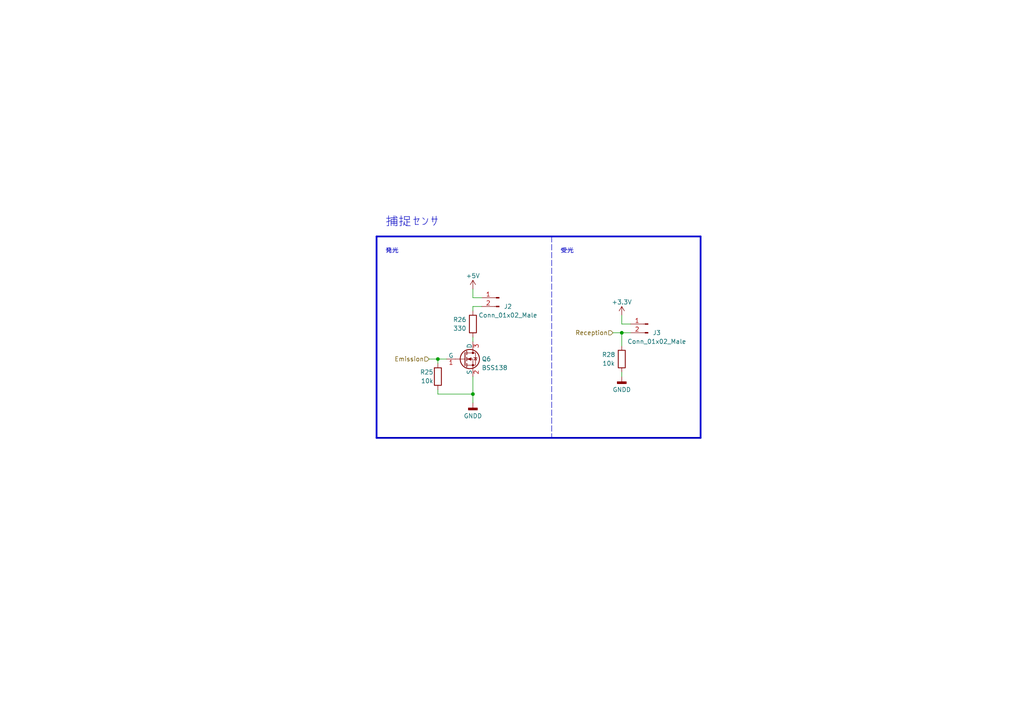
<source format=kicad_sch>
(kicad_sch (version 20230121) (generator eeschema)
  (paper "A4")
  (lib_symbols
    (symbol "Connector:Conn_01x02_Male" (pin_names (offset 1.016) hide)
      (property "Reference" "J" (at 0 2.54 0))
      (property "Value" "Conn_01x02_Male" (at 0 -5.08 0))
      (symbol "Conn_01x02_Male_1_1"
        (polyline (pts (xy 1.27 -2.54) (xy 0.8636 -2.54)) (stroke (width 0.1524)))
        (polyline (pts (xy 1.27 0) (xy 0.8636 0)) (stroke (width 0.1524)))
        (rectangle (start 0.8636 -2.413) (end 0 -2.667) (stroke (width 0.1524)) (fill (type outline)))
        (rectangle (start 0.8636 0.127) (end 0 -0.127) (stroke (width 0.1524)) (fill (type outline)))
        (pin passive line (at 5.08 0 180) (length 3.81) (name "Pin_1") (number "1"))
        (pin passive line (at 5.08 -2.54 180) (length 3.81) (name "Pin_2") (number "2"))
      )
    )
    (symbol "Device:R" (pin_numbers hide) (pin_names (offset 0))
      (property "Reference" "R" (at 2.032 0 90))
      (property "Value" "R" (at 0 0 90))
      (symbol "R_0_1"
        (rectangle (start -1.016 -2.54) (end 1.016 2.54) (stroke (width 0.254)))
      )
      (symbol "R_1_1"
        (pin passive line (at 0 3.81 270) (length 1.27) (name "~") (number "1"))
        (pin passive line (at 0 -3.81 90) (length 1.27) (name "~") (number "2"))
      )
    )
    (symbol "Q_NMOS_GSD_1" (pin_names (offset 0))
      (property "Reference" "Q" (at 5.08 1.27 0))
      (property "Value" "Q_NMOS_GSD_1" (at 5.08 -1.27 0))
      (symbol "Q_NMOS_GSD_1_0_1"
        (polyline (pts (xy 0.254 0) (xy -2.54 0)))
        (polyline (pts (xy 0.254 1.905) (xy 0.254 -1.905)) (stroke (width 0.254)))
        (polyline (pts (xy 0.762 -1.27) (xy 0.762 -2.286)) (stroke (width 0.254)))
        (polyline (pts (xy 0.762 0.508) (xy 0.762 -0.508)) (stroke (width 0.254)))
        (polyline (pts (xy 0.762 2.286) (xy 0.762 1.27)) (stroke (width 0.254)))
        (polyline (pts (xy 2.54 2.54) (xy 2.54 1.778)))
        (polyline (pts (xy 2.54 -2.54) (xy 2.54 0) (xy 0.762 0)))
        (polyline (pts (xy 0.762 -1.778) (xy 3.302 -1.778) (xy 3.302 1.778) (xy 0.762 1.778)))
        (polyline (pts (xy 1.016 0) (xy 2.032 0.381) (xy 2.032 -0.381) (xy 1.016 0)) (fill (type outline)))
        (polyline (pts (xy 2.794 0.508) (xy 2.921 0.381) (xy 3.683 0.381) (xy 3.81 0.254)))
        (polyline (pts (xy 3.302 0.381) (xy 2.921 -0.254) (xy 3.683 -0.254) (xy 3.302 0.381)))
        (circle (center 1.651 0) (radius 2.794) (stroke (width 0.254)))
        (circle (center 2.54 -1.778) (radius 0.254) (fill (type outline)))
        (circle (center 2.54 1.778) (radius 0.254) (fill (type outline)))
      )
      (symbol "Q_NMOS_GSD_1_1_1"
        (pin input line (at -5.08 0 0) (length 2.54) (name "G") (number "1"))
        (pin passive line (at 2.54 -5.08 90) (length 2.54) (name "S") (number "2"))
        (pin passive line (at 2.54 5.08 270) (length 2.54) (name "D") (number "3"))
      )
    )
    (symbol "power:+3.3V" (power) (pin_names (offset 0))
      (property "Value" "+3.3V" (at 0 3.556 0))
      (symbol "+3.3V_0_1"
        (polyline (pts (xy -0.762 1.27) (xy 0 2.54)))
        (polyline (pts (xy 0 0) (xy 0 2.54)))
        (polyline (pts (xy 0 2.54) (xy 0.762 1.27)))
      )
      (symbol "+3.3V_1_1"
        (pin power_in line (at 0 0 90) (length 0) hide (name "+3.3V") (number "1"))
      )
    )
    (symbol "power:+5V" (power) (pin_names (offset 0))
      (property "Value" "+5V" (at 0 3.556 0))
      (symbol "+5V_0_1"
        (polyline (pts (xy -0.762 1.27) (xy 0 2.54)))
        (polyline (pts (xy 0 0) (xy 0 2.54)))
        (polyline (pts (xy 0 2.54) (xy 0.762 1.27)))
      )
      (symbol "+5V_1_1"
        (pin power_in line (at 0 0 90) (length 0) hide (name "+5V") (number "1"))
      )
    )
    (symbol "power:GNDD" (power) (pin_names (offset 0))
      (property "Value" "GNDD" (at 0 -3.175 0))
      (symbol "GNDD_0_1"
        (rectangle (start -1.27 -1.524) (end 1.27 -2.032) (stroke (width 0.254)) (fill (type outline)))
        (polyline (pts (xy 0 0) (xy 0 -1.524)))
      )
      (symbol "GNDD_1_1"
        (pin power_in line (at 0 0 270) (length 0) hide (name "GNDD") (number "1"))
      )
    )
  )
  (junction (at 127 104.14))
  (junction (at 180.34 96.52))
  (junction (at 137.16 114.3))
  (polyline (pts (xy 109.22 127) (xy 109.22 68.58)) (stroke (width 0.5) (type solid)))
  (polyline (pts (xy 109.22 68.58) (xy 203.2 68.58)) (stroke (width 0.5) (type solid)))
  (wire (pts (xy 137.16 86.36) (xy 137.16 83.82)))
  (polyline (pts (xy 160.02 68.58) (xy 160.02 127)) (stroke (width 0) (type dash)))
  (wire (pts (xy 182.88 96.52) (xy 180.34 96.52)))
  (wire (pts (xy 177.8 96.52) (xy 180.34 96.52)))
  (polyline (pts (xy 203.2 127) (xy 203.2 68.58)) (stroke (width 0.5) (type solid)))
  (wire (pts (xy 180.34 107.95) (xy 180.34 109.22)))
  (polyline (pts (xy 109.22 127) (xy 203.2 127)) (stroke (width 0.5) (type solid)))
  (wire (pts (xy 127 104.14) (xy 127 105.41)))
  (wire (pts (xy 139.7 88.9) (xy 137.16 88.9)))
  (wire (pts (xy 182.88 93.98) (xy 180.34 93.98)))
  (wire (pts (xy 137.16 97.79) (xy 137.16 99.06)))
  (wire (pts (xy 137.16 88.9) (xy 137.16 90.17)))
  (wire (pts (xy 124.46 104.14) (xy 127 104.14)))
  (wire (pts (xy 180.34 93.98) (xy 180.34 91.44)))
  (wire (pts (xy 139.7 86.36) (xy 137.16 86.36)))
  (wire (pts (xy 137.16 114.3) (xy 137.16 109.22)))
  (wire (pts (xy 127 114.3) (xy 137.16 114.3)))
  (wire (pts (xy 180.34 96.52) (xy 180.34 100.33)))
  (wire (pts (xy 129.54 104.14) (xy 127 104.14)))
  (wire (pts (xy 127 113.03) (xy 127 114.3)))
  (wire (pts (xy 137.16 114.3) (xy 137.16 116.84)))
  (text "受光" (at 162.56 73.66 0) (effects (font (size 1.27 1.27)) (justify left bottom)))
  (text "捕捉センサ" (at 111.76 66.04 0) (effects (font (size 2.54 2.54)) (justify left bottom)))
  (text "発光" (at 111.76 73.66 0) (effects (font (size 1.27 1.27)) (justify left bottom)))
  (hierarchical_label "Emission" (shape input) (at 124.46 104.14 180))
  (hierarchical_label "Reception" (shape input) (at 177.8 96.52 180))
  (symbol (lib_id "power:GNDD") (at 137.16 116.84 0) (unit 1)
    (property "Reference" "#PWR045" (effects hide))
    (property "Value" "GNDD" (at 137.16 120.65 0))
  )
  (symbol (lib_id "power:+5V") (at 137.16 83.82 0) (unit 1)
    (property "Reference" "#PWR038" (effects hide))
    (property "Value" "+5V" (at 137.16 80.01 0))
  )
  (symbol (lib_id "power:+3.3V") (at 180.34 91.44 0) (unit 1)
    (property "Reference" "#PWR046" (effects hide))
    (property "Value" "+3.3V" (at 180.34 87.63 0))
  )
  (symbol (lib_id "Connector:Conn_01x02_Male") (at 144.78 86.36 0) (mirror y) (unit 1)
    (property "Reference" "J2" (at 147.32 88.9 0))
    (property "Value" "Conn_01x02_Male" (at 147.32 91.44 0))
    (property "Footprint" "Connector_Molex:Molex_SPOX_5267-02A_1x02_P2.50mm_Vertical" (effects hide))
  )
  (symbol (lib_id "Connector:Conn_01x02_Male") (at 187.96 93.98 0) (mirror y) (unit 1)
    (property "Reference" "J3" (at 190.5 96.52 0))
    (property "Value" "Conn_01x02_Male" (at 190.5 99.06 0))
    (property "Footprint" "Connector_Molex:Molex_SPOX_5267-02A_1x02_P2.50mm_Vertical" (effects hide))
  )
  (symbol (lib_id "Device:R") (at 180.34 104.14 0) (unit 1)
    (property "Reference" "R28" (at 176.53 102.87 0))
    (property "Value" "10k" (at 176.53 105.41 0))
    (property "Footprint" "Resistor_SMD:R_0603_1608Metric" (effects hide))
  )
  (symbol (lib_name "Q_NMOS_GSD_1") (lib_id "Device:Q_NMOS_GSD") (at 134.62 104.14 0) (unit 1)
    (property "Reference" "Q6" (at 139.7 104.14 0) (effects (justify left)))
    (property "Value" "BSS138" (at 139.7 106.68 0) (effects (justify left)))
    (property "Footprint" "Package_TO_SOT_SMD:SOT-23" (effects hide))
  )
  (symbol (lib_id "Device:R") (at 127 109.22 0) (mirror y) (unit 1)
    (property "Reference" "R25" (at 125.73 107.95 0) (effects (justify left)))
    (property "Value" "10k" (at 125.73 110.49 0) (effects (justify left)))
    (property "Footprint" "Resistor_SMD:R_0402_1005Metric" (effects hide))
  )
  (symbol (lib_id "Device:R") (at 137.16 93.98 0) (unit 1)
    (property "Reference" "R26" (at 133.35 92.71 0))
    (property "Value" "330" (at 133.35 95.25 0))
    (property "Footprint" "Resistor_SMD:R_0603_1608Metric" (effects hide))
  )
  (symbol (lib_id "power:GNDD") (at 180.34 109.22 0) (unit 1)
    (property "Reference" "#PWR047" (effects hide))
    (property "Value" "GNDD" (at 180.34 113.03 0))
  )
)
</source>
